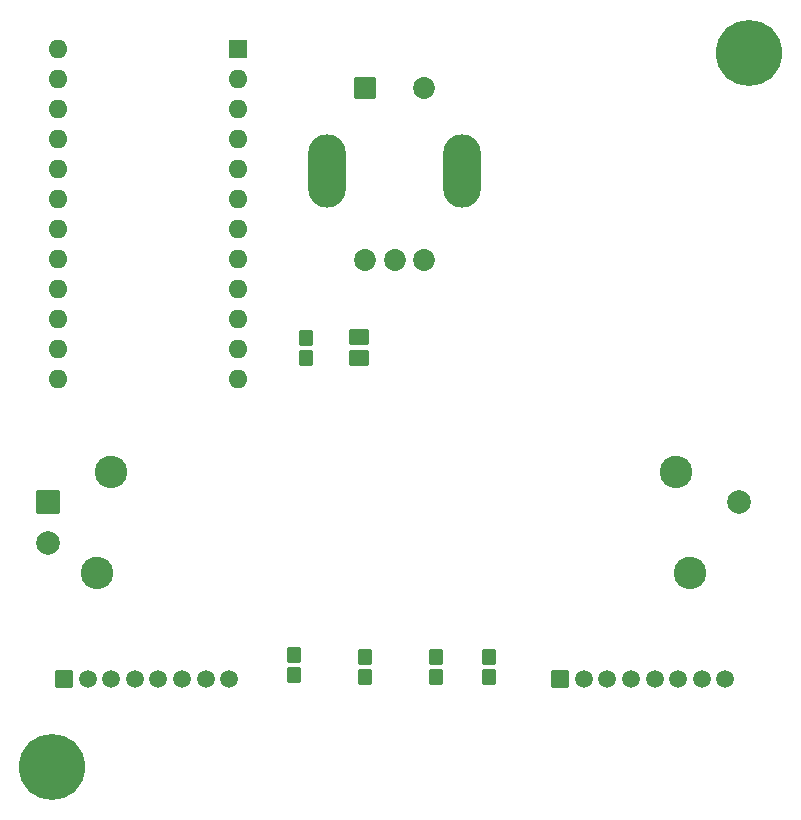
<source format=gbr>
%TF.GenerationSoftware,KiCad,Pcbnew,9.0.7*%
%TF.CreationDate,2026-01-21T12:24:25-06:00*%
%TF.ProjectId,FADETUBE_MIDI,46414445-5455-4424-955f-4d4944492e6b,rev?*%
%TF.SameCoordinates,Original*%
%TF.FileFunction,Soldermask,Top*%
%TF.FilePolarity,Negative*%
%FSLAX46Y46*%
G04 Gerber Fmt 4.6, Leading zero omitted, Abs format (unit mm)*
G04 Created by KiCad (PCBNEW 9.0.7) date 2026-01-21 12:24:25*
%MOMM*%
%LPD*%
G01*
G04 APERTURE LIST*
G04 Aperture macros list*
%AMRoundRect*
0 Rectangle with rounded corners*
0 $1 Rounding radius*
0 $2 $3 $4 $5 $6 $7 $8 $9 X,Y pos of 4 corners*
0 Add a 4 corners polygon primitive as box body*
4,1,4,$2,$3,$4,$5,$6,$7,$8,$9,$2,$3,0*
0 Add four circle primitives for the rounded corners*
1,1,$1+$1,$2,$3*
1,1,$1+$1,$4,$5*
1,1,$1+$1,$6,$7*
1,1,$1+$1,$8,$9*
0 Add four rect primitives between the rounded corners*
20,1,$1+$1,$2,$3,$4,$5,0*
20,1,$1+$1,$4,$5,$6,$7,0*
20,1,$1+$1,$6,$7,$8,$9,0*
20,1,$1+$1,$8,$9,$2,$3,0*%
G04 Aperture macros list end*
%ADD10RoundRect,0.102000X0.500000X-0.550000X0.500000X0.550000X-0.500000X0.550000X-0.500000X-0.550000X0*%
%ADD11RoundRect,0.102000X0.654000X0.654000X-0.654000X0.654000X-0.654000X-0.654000X0.654000X-0.654000X0*%
%ADD12C,1.512000*%
%ADD13R,1.600000X1.600000*%
%ADD14O,1.600000X1.600000*%
%ADD15C,5.600000*%
%ADD16RoundRect,0.102000X-0.900000X-0.900000X0.900000X-0.900000X0.900000X0.900000X-0.900000X0.900000X0*%
%ADD17C,2.004000*%
%ADD18C,2.754000*%
%ADD19RoundRect,0.102000X-0.825000X-0.825000X0.825000X-0.825000X0.825000X0.825000X-0.825000X0.825000X0*%
%ADD20C,1.854000*%
%ADD21O,3.204000X6.204000*%
%ADD22RoundRect,0.102000X0.735000X-0.580000X0.735000X0.580000X-0.735000X0.580000X-0.735000X-0.580000X0*%
G04 APERTURE END LIST*
D10*
%TO.C,C1*%
X142500000Y-115850000D03*
X142500000Y-114150000D03*
%TD*%
%TO.C,R_LOAD_B1*%
X153500000Y-141150000D03*
X153500000Y-142850000D03*
%TD*%
%TO.C,R_PLAY_B1*%
X158000000Y-141150000D03*
X158000000Y-142850000D03*
%TD*%
%TO.C,R_PLAY_A1*%
X141500000Y-142700000D03*
X141500000Y-141000000D03*
%TD*%
%TO.C,R_LOAD_A1*%
X147500000Y-142850000D03*
X147500000Y-141150000D03*
%TD*%
D11*
%TO.C,J2_DECK_B1*%
X164000000Y-143050000D03*
D12*
X166000000Y-143050000D03*
X168000000Y-143050000D03*
X170000000Y-143050000D03*
X172000000Y-143050000D03*
X174000000Y-143050000D03*
X176000000Y-143050000D03*
X178000000Y-143050000D03*
%TD*%
D13*
%TO.C,ArduinoProMicroATmega32U4USBC-1*%
X136740000Y-89640000D03*
D14*
X136740000Y-92180000D03*
X136740000Y-94720000D03*
X136740000Y-97260000D03*
X136740000Y-99800000D03*
X136740000Y-102340000D03*
X136740000Y-104880000D03*
X136740000Y-107420000D03*
X136740000Y-109960000D03*
X136740000Y-112500000D03*
X136740000Y-115040000D03*
X136740000Y-117580000D03*
X121500000Y-117580000D03*
X121500000Y-115040000D03*
X121500000Y-112500000D03*
X121500000Y-109960000D03*
X121500000Y-107420000D03*
X121500000Y-104880000D03*
X121500000Y-102340000D03*
X121500000Y-99800000D03*
X121500000Y-97260000D03*
X121500000Y-94720000D03*
X121500000Y-92180000D03*
X121500000Y-89640000D03*
%TD*%
D11*
%TO.C,J1_DECK_A1*%
X122000000Y-143000000D03*
D12*
X124000000Y-143000000D03*
X126000000Y-143000000D03*
X128000000Y-143000000D03*
X130000000Y-143000000D03*
X132000000Y-143000000D03*
X134000000Y-143000000D03*
X136000000Y-143000000D03*
%TD*%
D15*
%TO.C,MH1*%
X180000000Y-90000000D03*
%TD*%
%TO.C,MH2*%
X121000000Y-150500000D03*
%TD*%
D16*
%TO.C,FADER1*%
X120650000Y-128000000D03*
D17*
X120650000Y-131500000D03*
X179150000Y-128000000D03*
D18*
X126000000Y-125500000D03*
X124800000Y-134000000D03*
X173800000Y-125500000D03*
X175000000Y-134000000D03*
%TD*%
D19*
%TO.C,ROTARY_ENCODER_BTN1*%
X147500000Y-93000000D03*
D20*
X152500000Y-93000000D03*
X147500000Y-107500000D03*
X152500000Y-107500000D03*
X150000000Y-107500000D03*
D21*
X144300000Y-100000000D03*
X155700000Y-100000000D03*
%TD*%
D22*
%TO.C,C2*%
X147000000Y-115840400D03*
X147000000Y-114090400D03*
%TD*%
M02*

</source>
